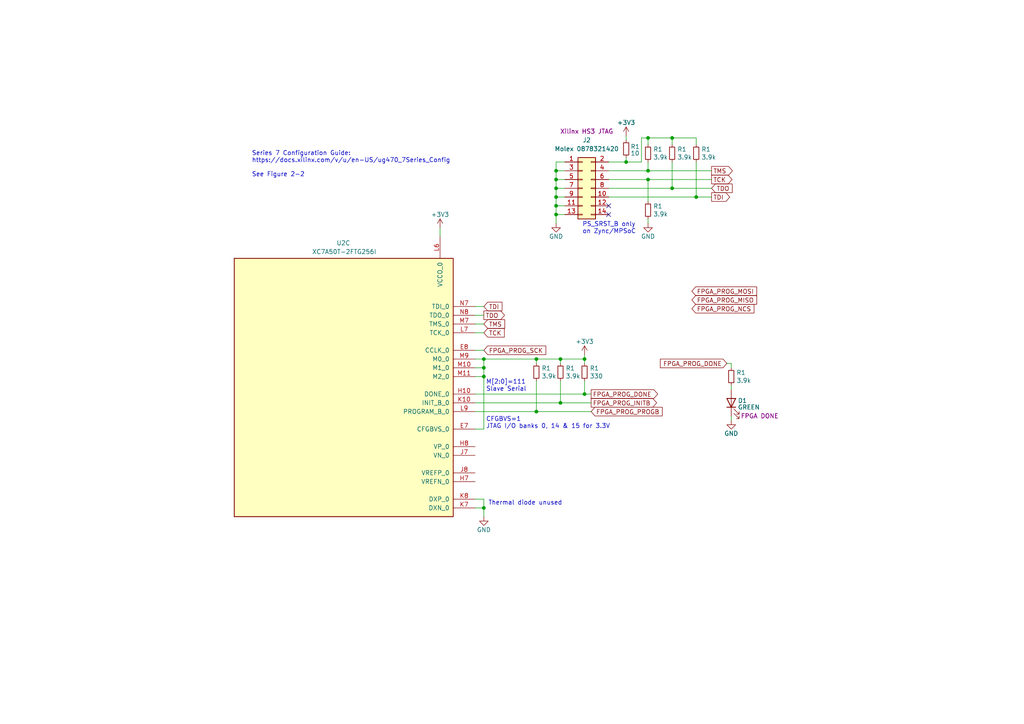
<source format=kicad_sch>
(kicad_sch (version 20230121) (generator eeschema)
  (paper "A4")
  (title_block (title "FPGA Configuration (Bank 0)") (date "2023-12-12") (rev "0.1") (company "George Smart, M1GEO") (comment 1 "https://github.com/m1geo/Pi5-Artix-FPGA-Hat") (comment 2 "https://www.george-smart.co.uk"))
  (lib_symbols
    (symbol "Connector_Generic:Conn_02x07_Odd_Even" (pin_names (offset 1.016) hide)
      (property "Reference" "J" (at 1.27 10.16 0))
      (property "Value" "Conn_02x07_Odd_Even" (at 1.27 -10.16 0))
      (symbol "Conn_02x07_Odd_Even_1_1"
        (rectangle (start -1.27 -7.493) (end 0 -7.747) (stroke (width 0.1524)))
        (rectangle (start -1.27 -4.953) (end 0 -5.207) (stroke (width 0.1524)))
        (rectangle (start -1.27 -2.413) (end 0 -2.667) (stroke (width 0.1524)))
        (rectangle (start -1.27 0.127) (end 0 -0.127) (stroke (width 0.1524)))
        (rectangle (start -1.27 2.667) (end 0 2.413) (stroke (width 0.1524)))
        (rectangle (start -1.27 5.207) (end 0 4.953) (stroke (width 0.1524)))
        (rectangle (start -1.27 7.747) (end 0 7.493) (stroke (width 0.1524)))
        (rectangle (start -1.27 8.89) (end 3.81 -8.89) (stroke (width 0.254)) (fill (type background)))
        (rectangle (start 3.81 -7.493) (end 2.54 -7.747) (stroke (width 0.1524)))
        (rectangle (start 3.81 -4.953) (end 2.54 -5.207) (stroke (width 0.1524)))
        (rectangle (start 3.81 -2.413) (end 2.54 -2.667) (stroke (width 0.1524)))
        (rectangle (start 3.81 0.127) (end 2.54 -0.127) (stroke (width 0.1524)))
        (rectangle (start 3.81 2.667) (end 2.54 2.413) (stroke (width 0.1524)))
        (rectangle (start 3.81 5.207) (end 2.54 4.953) (stroke (width 0.1524)))
        (rectangle (start 3.81 7.747) (end 2.54 7.493) (stroke (width 0.1524)))
        (pin passive line (at -5.08 7.62 0) (length 3.81) (name "Pin_1") (number "1"))
        (pin passive line (at 7.62 -2.54 180) (length 3.81) (name "Pin_10") (number "10"))
        (pin passive line (at -5.08 -5.08 0) (length 3.81) (name "Pin_11") (number "11"))
        (pin passive line (at 7.62 -5.08 180) (length 3.81) (name "Pin_12") (number "12"))
        (pin passive line (at -5.08 -7.62 0) (length 3.81) (name "Pin_13") (number "13"))
        (pin passive line (at 7.62 -7.62 180) (length 3.81) (name "Pin_14") (number "14"))
        (pin passive line (at 7.62 7.62 180) (length 3.81) (name "Pin_2") (number "2"))
        (pin passive line (at -5.08 5.08 0) (length 3.81) (name "Pin_3") (number "3"))
        (pin passive line (at 7.62 5.08 180) (length 3.81) (name "Pin_4") (number "4"))
        (pin passive line (at -5.08 2.54 0) (length 3.81) (name "Pin_5") (number "5"))
        (pin passive line (at 7.62 2.54 180) (length 3.81) (name "Pin_6") (number "6"))
        (pin passive line (at -5.08 0 0) (length 3.81) (name "Pin_7") (number "7"))
        (pin passive line (at 7.62 0 180) (length 3.81) (name "Pin_8") (number "8"))
        (pin passive line (at -5.08 -2.54 0) (length 3.81) (name "Pin_9") (number "9"))
      )
    )
    (symbol "Device:LED" (pin_numbers hide) (pin_names (offset 1.016) hide)
      (property "Reference" "D" (at 0 2.54 0))
      (property "Value" "LED" (at 0 -2.54 0))
      (symbol "LED_0_1"
        (polyline (pts (xy -1.27 -1.27) (xy -1.27 1.27)) (stroke (width 0.254)))
        (polyline (pts (xy -1.27 0) (xy 1.27 0)))
        (polyline (pts (xy 1.27 -1.27) (xy 1.27 1.27) (xy -1.27 0) (xy 1.27 -1.27)) (stroke (width 0.254)))
        (polyline (pts (xy -3.048 -0.762) (xy -4.572 -2.286) (xy -3.81 -2.286) (xy -4.572 -2.286) (xy -4.572 -1.524)))
        (polyline (pts (xy -1.778 -0.762) (xy -3.302 -2.286) (xy -2.54 -2.286) (xy -3.302 -2.286) (xy -3.302 -1.524)))
      )
      (symbol "LED_1_1"
        (pin passive line (at -3.81 0 0) (length 2.54) (name "K") (number "1"))
        (pin passive line (at 3.81 0 180) (length 2.54) (name "A") (number "2"))
      )
    )
    (symbol "Device:R_Small" (pin_numbers hide) (pin_names (offset 0.254) hide)
      (property "Reference" "R" (at 0.762 0.508 0))
      (property "Value" "R_Small" (at 0.762 -1.016 0))
      (symbol "R_Small_0_1"
        (rectangle (start -0.762 1.778) (end 0.762 -1.778) (stroke (width 0.2032)))
      )
      (symbol "R_Small_1_1"
        (pin passive line (at 0 2.54 270) (length 0.762) (name "~") (number "1"))
        (pin passive line (at 0 -2.54 90) (length 0.762) (name "~") (number "2"))
      )
    )
    (symbol "FPGA_Xilinx_Artix7:XC7A50T-FTG256" (pin_names (offset 1.016))
      (property "Reference" "U" (at 0 1.27 0))
      (property "Value" "XC7A50T-FTG256" (at 0 -1.27 0))
      (symbol "XC7A50T-FTG256_1_1"
        (rectangle (start -44.45 67.31) (end 44.45 -73.66) (stroke (width 0.254)) (fill (type background)))
        (pin bidirectional line (at 50.8 38.1 180) (length 6.35) (name "IO_L3N_T0_DQS_AD1N_15") (number "A10"))
        (pin bidirectional line (at 50.8 27.94 180) (length 6.35) (name "IO_L5N_T0_AD9N_15") (number "A12"))
        (pin bidirectional line (at 50.8 20.32 180) (length 6.35) (name "IO_L7P_T1_AD2P_15") (number "A13"))
        (pin bidirectional line (at 50.8 17.78 180) (length 6.35) (name "IO_L7N_T1_AD2N_15") (number "A14"))
        (pin bidirectional line (at 50.8 7.62 180) (length 6.35) (name "IO_L9N_T1_DQS_AD3N_15") (number "A15"))
        (pin power_in line (at 27.94 73.66 270) (length 6.35) (name "VCCO_15") (number "A16"))
        (pin bidirectional line (at 50.8 45.72 180) (length 6.35) (name "IO_L2P_T0_AD8P_15") (number "A8"))
        (pin bidirectional line (at 50.8 43.18 180) (length 6.35) (name "IO_L2N_T0_AD8N_15") (number "A9"))
        (pin bidirectional line (at 50.8 35.56 180) (length 6.35) (name "IO_L4P_T0_15") (number "B10"))
        (pin bidirectional line (at 50.8 33.02 180) (length 6.35) (name "IO_L4N_T0_15") (number "B11"))
        (pin bidirectional line (at 50.8 30.48 180) (length 6.35) (name "IO_L5P_T0_AD9P_15") (number "B12"))
        (pin power_in line (at 30.48 73.66 270) (length 6.35) (name "VCCO_15") (number "B13"))
        (pin bidirectional line (at 50.8 12.7 180) (length 6.35) (name "IO_L8N_T1_AD10N_15") (number "B14"))
        (pin bidirectional line (at 50.8 10.16 180) (length 6.35) (name "IO_L9P_T1_DQS_AD3P_15") (number "B15"))
        (pin bidirectional line (at 50.8 2.54 180) (length 6.35) (name "IO_L10N_T1_AD11N_15") (number "B16"))
        (pin bidirectional line (at 50.8 40.64 180) (length 6.35) (name "IO_L3P_T0_DQS_AD1P_15") (number "B9"))
        (pin power_in line (at 33.02 73.66 270) (length 6.35) (name "VCCO_15") (number "C10"))
        (pin bidirectional line (at 50.8 0 180) (length 6.35) (name "IO_L11P_T1_SRCC_15") (number "C11"))
        (pin bidirectional line (at 50.8 -2.54 180) (length 6.35) (name "IO_L11N_T1_SRCC_15") (number "C12"))
        (pin bidirectional line (at 50.8 -7.62 180) (length 6.35) (name "IO_L12N_T1_MRCC_15") (number "C13"))
        (pin bidirectional line (at 50.8 15.24 180) (length 6.35) (name "IO_L8P_T1_AD10P_15") (number "C14"))
        (pin bidirectional line (at 50.8 5.08 180) (length 6.35) (name "IO_L10P_T1_AD11P_15") (number "C16"))
        (pin bidirectional line (at 50.8 50.8 180) (length 6.35) (name "IO_L1P_T0_AD0P_15") (number "C8"))
        (pin bidirectional line (at 50.8 48.26 180) (length 6.35) (name "IO_L1N_T0_AD0N_15") (number "C9"))
        (pin bidirectional line (at 50.8 53.34 180) (length 6.35) (name "IO_0_15") (number "D10"))
        (pin bidirectional line (at 50.8 -17.78 180) (length 6.35) (name "IO_L14N_T2_SRCC_15") (number "D11"))
        (pin bidirectional line (at 50.8 -5.08 180) (length 6.35) (name "IO_L12P_T1_MRCC_15") (number "D13"))
        (pin bidirectional line (at 50.8 -20.32 180) (length 6.35) (name "IO_L15P_T2_DQS_15") (number "D14"))
        (pin bidirectional line (at 50.8 -22.86 180) (length 6.35) (name "IO_L15N_T2_DQS_ADV_B_15") (number "D15"))
        (pin bidirectional line (at 50.8 -33.02 180) (length 6.35) (name "IO_L17N_T2_A25_15") (number "D16"))
        (pin bidirectional line (at 50.8 25.4 180) (length 6.35) (name "IO_L6P_T0_15") (number "D8"))
        (pin bidirectional line (at 50.8 22.86 180) (length 6.35) (name "IO_L6N_T0_VREF_15") (number "D9"))
        (pin bidirectional line (at 50.8 -15.24 180) (length 6.35) (name "IO_L14P_T2_SRCC_15") (number "E11"))
        (pin bidirectional line (at 50.8 -10.16 180) (length 6.35) (name "IO_L13P_T2_MRCC_15") (number "E12"))
        (pin bidirectional line (at 50.8 -12.7 180) (length 6.35) (name "IO_L13N_T2_MRCC_15") (number "E13"))
        (pin power_in line (at 35.56 73.66 270) (length 6.35) (name "VCCO_15") (number "E14"))
        (pin bidirectional line (at 50.8 -38.1 180) (length 6.35) (name "IO_L18N_T2_A23_15") (number "E15"))
        (pin bidirectional line (at 50.8 -30.48 180) (length 6.35) (name "IO_L17P_T2_A26_15") (number "E16"))
        (pin bidirectional line (at 50.8 -25.4 180) (length 6.35) (name "IO_L16P_T2_A28_15") (number "F12"))
        (pin bidirectional line (at 50.8 -27.94 180) (length 6.35) (name "IO_L16N_T2_A27_15") (number "F13"))
        (pin bidirectional line (at 50.8 -53.34 180) (length 6.35) (name "IO_L21N_T3_DQS_A18_15") (number "F14"))
        (pin bidirectional line (at 50.8 -35.56 180) (length 6.35) (name "IO_L18P_T2_A24_15") (number "F15"))
        (pin bidirectional line (at 50.8 -71.12 180) (length 6.35) (name "IO_25_15") (number "G11"))
        (pin bidirectional line (at 50.8 -43.18 180) (length 6.35) (name "IO_L19N_T3_A21_VREF_15") (number "G12"))
        (pin bidirectional line (at 50.8 -50.8 180) (length 6.35) (name "IO_L21P_T3_DQS_15") (number "G14"))
        (pin bidirectional line (at 50.8 -68.58 180) (length 6.35) (name "IO_L24N_T3_RS0_15") (number "G15"))
        (pin bidirectional line (at 50.8 -58.42 180) (length 6.35) (name "IO_L22N_T3_A16_15") (number "G16"))
        (pin bidirectional line (at 50.8 -40.64 180) (length 6.35) (name "IO_L19P_T3_A22_15") (number "H11"))
        (pin bidirectional line (at 50.8 -45.72 180) (length 6.35) (name "IO_L20P_T3_A20_15") (number "H12"))
        (pin bidirectional line (at 50.8 -48.26 180) (length 6.35) (name "IO_L20N_T3_A19_15") (number "H13"))
        (pin bidirectional line (at 50.8 -66.04 180) (length 6.35) (name "IO_L24P_T3_RS1_15") (number "H14"))
        (pin power_in line (at 38.1 73.66 270) (length 6.35) (name "VCCO_15") (number "H15"))
        (pin bidirectional line (at 50.8 -55.88 180) (length 6.35) (name "IO_L22P_T3_A17_15") (number "H16"))
        (pin power_in line (at 40.64 73.66 270) (length 6.35) (name "VCCO_15") (number "J12"))
        (pin bidirectional line (at -50.8 50.8 0) (length 6.35) (name "IO_L1P_T0_D00_MOSI_14") (number "J13"))
        (pin bidirectional line (at -50.8 48.26 0) (length 6.35) (name "IO_L1N_T0_D01_DIN_14") (number "J14"))
        (pin bidirectional line (at 50.8 -60.96 180) (length 6.35) (name "IO_L23P_T3_FOE_B_15") (number "J15"))
        (pin bidirectional line (at 50.8 -63.5 180) (length 6.35) (name "IO_L23N_T3_FWE_B_15") (number "J16"))
        (pin bidirectional line (at -50.8 53.34 0) (length 6.35) (name "IO_0_14") (number "K12"))
        (pin bidirectional line (at -50.8 30.48 0) (length 6.35) (name "IO_L5P_T0_D06_14") (number "K13"))
        (pin bidirectional line (at -50.8 45.72 0) (length 6.35) (name "IO_L2P_T0_D02_14") (number "K15"))
        (pin bidirectional line (at -50.8 43.18 0) (length 6.35) (name "IO_L2N_T0_D03_14") (number "K16"))
        (pin bidirectional line (at -50.8 25.4 0) (length 6.35) (name "IO_L6P_T0_FCS_B_14") (number "L12"))
        (pin bidirectional line (at -50.8 27.94 0) (length 6.35) (name "IO_L5N_T0_D07_14") (number "L13"))
        (pin bidirectional line (at -50.8 35.56 0) (length 6.35) (name "IO_L4P_T0_D04_14") (number "L14"))
        (pin bidirectional line (at -50.8 40.64 0) (length 6.35) (name "IO_L3P_T0_DQS_PUDC_B_14") (number "L15"))
        (pin power_in line (at -40.64 73.66 270) (length 6.35) (name "VCCO_14") (number "L16"))
        (pin bidirectional line (at -50.8 22.86 0) (length 6.35) (name "IO_L6N_T0_D08_VREF_14") (number "M12"))
        (pin power_in line (at -38.1 73.66 270) (length 6.35) (name "VCCO_14") (number "M13"))
        (pin bidirectional line (at -50.8 33.02 0) (length 6.35) (name "IO_L4N_T0_D05_14") (number "M14"))
        (pin bidirectional line (at -50.8 38.1 0) (length 6.35) (name "IO_L3N_T0_DQS_EMCCLK_14") (number "M15"))
        (pin bidirectional line (at -50.8 20.32 0) (length 6.35) (name "IO_L7P_T1_D09_14") (number "M16"))
        (pin bidirectional line (at -50.8 -40.64 0) (length 6.35) (name "IO_L19P_T3_A10_D26_14") (number "M6"))
        (pin power_in line (at -35.56 73.66 270) (length 6.35) (name "VCCO_14") (number "N10"))
        (pin bidirectional line (at -50.8 -10.16 0) (length 6.35) (name "IO_L13P_T2_MRCC_14") (number "N11"))
        (pin bidirectional line (at -50.8 -12.7 0) (length 6.35) (name "IO_L13N_T2_MRCC_14") (number "N12"))
        (pin bidirectional line (at -50.8 0 0) (length 6.35) (name "IO_L11P_T1_SRCC_14") (number "N13"))
        (pin bidirectional line (at -50.8 -5.08 0) (length 6.35) (name "IO_L12P_T1_MRCC_14") (number "N14"))
        (pin bidirectional line (at -50.8 17.78 0) (length 6.35) (name "IO_L7N_T1_D10_14") (number "N16"))
        (pin bidirectional line (at -50.8 -43.18 0) (length 6.35) (name "IO_L19N_T3_A09_D25_VREF_14") (number "N6"))
        (pin bidirectional line (at -50.8 -35.56 0) (length 6.35) (name "IO_L18P_T2_A12_D28_14") (number "N9"))
        (pin bidirectional line (at -50.8 -15.24 0) (length 6.35) (name "IO_L14P_T2_SRCC_14") (number "P10"))
        (pin bidirectional line (at -50.8 -17.78 0) (length 6.35) (name "IO_L14N_T2_SRCC_14") (number "P11"))
        (pin bidirectional line (at -50.8 -2.54 0) (length 6.35) (name "IO_L11N_T1_SRCC_14") (number "P13"))
        (pin bidirectional line (at -50.8 -7.62 0) (length 6.35) (name "IO_L12N_T1_MRCC_14") (number "P14"))
        (pin bidirectional line (at -50.8 15.24 0) (length 6.35) (name "IO_L8P_T1_D11_14") (number "P15"))
        (pin bidirectional line (at -50.8 12.7 0) (length 6.35) (name "IO_L8N_T1_D12_14") (number "P16"))
        (pin bidirectional line (at -50.8 -71.12 0) (length 6.35) (name "IO_25_14") (number "P6"))
        (pin power_in line (at -33.02 73.66 270) (length 6.35) (name "VCCO_14") (number "P7"))
        (pin bidirectional line (at -50.8 -45.72 0) (length 6.35) (name "IO_L20P_T3_A08_D24_14") (number "P8"))
        (pin bidirectional line (at -50.8 -38.1 0) (length 6.35) (name "IO_L18N_T2_A11_D27_14") (number "P9"))
        (pin bidirectional line (at -50.8 -30.48 0) (length 6.35) (name "IO_L17P_T2_A14_D30_14") (number "R10"))
        (pin bidirectional line (at -50.8 -33.02 0) (length 6.35) (name "IO_L17N_T2_A13_D29_14") (number "R11"))
        (pin bidirectional line (at -50.8 -20.32 0) (length 6.35) (name "IO_L15P_T2_DQS_RDWR_B_14") (number "R12"))
        (pin bidirectional line (at -50.8 -25.4 0) (length 6.35) (name "IO_L16P_T2_CSI_B_14") (number "R13"))
        (pin power_in line (at -30.48 73.66 270) (length 6.35) (name "VCCO_14") (number "R14"))
        (pin bidirectional line (at -50.8 10.16 0) (length 6.35) (name "IO_L9P_T1_DQS_14") (number "R15"))
        (pin bidirectional line (at -50.8 7.62 0) (length 6.35) (name "IO_L9N_T1_DQS_D13_14") (number "R16"))
        (pin bidirectional line (at -50.8 -60.96 0) (length 6.35) (name "IO_L23P_T3_A03_D19_14") (number "R5"))
        (pin bidirectional line (at -50.8 -66.04 0) (length 6.35) (name "IO_L24P_T3_A01_D17_14") (number "R6"))
        (pin bidirectional line (at -50.8 -68.58 0) (length 6.35) (name "IO_L24N_T3_A00_D16_14") (number "R7"))
        (pin bidirectional line (at -50.8 -48.26 0) (length 6.35) (name "IO_L20N_T3_A07_D23_14") (number "R8"))
        (pin bidirectional line (at -50.8 -58.42 0) (length 6.35) (name "IO_L22N_T3_A04_D20_14") (number "T10"))
        (pin power_in line (at -27.94 73.66 270) (length 6.35) (name "VCCO_14") (number "T11"))
        (pin bidirectional line (at -50.8 -22.86 0) (length 6.35) (name "IO_L15N_T2_DQS_DOUT_CSO_B_14") (number "T12"))
        (pin bidirectional line (at -50.8 -27.94 0) (length 6.35) (name "IO_L16N_T2_A15_D31_14") (number "T13"))
        (pin bidirectional line (at -50.8 5.08 0) (length 6.35) (name "IO_L10P_T1_D14_14") (number "T14"))
        (pin bidirectional line (at -50.8 2.54 0) (length 6.35) (name "IO_L10N_T1_D15_14") (number "T15"))
        (pin bidirectional line (at -50.8 -63.5 0) (length 6.35) (name "IO_L23N_T3_A02_D18_14") (number "T5"))
        (pin bidirectional line (at -50.8 -50.8 0) (length 6.35) (name "IO_L21P_T3_DQS_14") (number "T7"))
        (pin bidirectional line (at -50.8 -53.34 0) (length 6.35) (name "IO_L21N_T3_DQS_A06_D22_14") (number "T8"))
        (pin bidirectional line (at -50.8 -55.88 0) (length 6.35) (name "IO_L22P_T3_A05_D21_14") (number "T9"))
      )
      (symbol "XC7A50T-FTG256_2_1"
        (rectangle (start -44.45 67.31) (end 44.45 -73.66) (stroke (width 0.254)) (fill (type background)))
        (pin bidirectional line (at 50.8 12.7 180) (length 6.35) (name "IO_L8N_T1_AD14N_35") (number "A2"))
        (pin bidirectional line (at 50.8 33.02 180) (length 6.35) (name "IO_L4N_T0_35") (number "A3"))
        (pin bidirectional line (at 50.8 38.1 180) (length 6.35) (name "IO_L3N_T0_DQS_AD5N_35") (number "A4"))
        (pin bidirectional line (at 50.8 40.64 180) (length 6.35) (name "IO_L3P_T0_DQS_AD5P_35") (number "A5"))
        (pin power_in line (at 27.94 73.66 270) (length 6.35) (name "VCCO_35") (number "A6"))
        (pin bidirectional line (at 50.8 48.26 180) (length 6.35) (name "IO_L1N_T0_AD4N_35") (number "A7"))
        (pin bidirectional line (at 50.8 7.62 180) (length 6.35) (name "IO_L9N_T1_DQS_AD7N_35") (number "B1"))
        (pin bidirectional line (at 50.8 15.24 180) (length 6.35) (name "IO_L8P_T1_AD14P_35") (number "B2"))
        (pin power_in line (at 30.48 73.66 270) (length 6.35) (name "VCCO_35") (number "B3"))
        (pin bidirectional line (at 50.8 35.56 180) (length 6.35) (name "IO_L4P_T0_35") (number "B4"))
        (pin bidirectional line (at 50.8 43.18 180) (length 6.35) (name "IO_L2N_T0_AD12N_35") (number "B5"))
        (pin bidirectional line (at 50.8 45.72 180) (length 6.35) (name "IO_L2P_T0_AD12P_35") (number "B6"))
        (pin bidirectional line (at 50.8 50.8 180) (length 6.35) (name "IO_L1P_T0_AD4P_35") (number "B7"))
        (pin bidirectional line (at 50.8 10.16 180) (length 6.35) (name "IO_L9P_T1_DQS_AD7P_35") (number "C1"))
        (pin bidirectional line (at 50.8 17.78 180) (length 6.35) (name "IO_L7N_T1_AD6N_35") (number "C2"))
        (pin bidirectional line (at 50.8 20.32 180) (length 6.35) (name "IO_L7P_T1_AD6P_35") (number "C3"))
        (pin bidirectional line (at 50.8 -7.62 180) (length 6.35) (name "IO_L12N_T1_MRCC_35") (number "C4"))
        (pin bidirectional line (at 50.8 27.94 180) (length 6.35) (name "IO_L5N_T0_AD13N_35") (number "C6"))
        (pin bidirectional line (at 50.8 30.48 180) (length 6.35) (name "IO_L5P_T0_AD13P_35") (number "C7"))
        (pin bidirectional line (at 50.8 2.54 180) (length 6.35) (name "IO_L10N_T1_AD15N_35") (number "D1"))
        (pin bidirectional line (at 50.8 -2.54 180) (length 6.35) (name "IO_L11N_T1_SRCC_35") (number "D3"))
        (pin bidirectional line (at 50.8 -5.08 180) (length 6.35) (name "IO_L12P_T1_MRCC_35") (number "D4"))
        (pin bidirectional line (at 50.8 22.86 180) (length 6.35) (name "IO_L6N_T0_VREF_35") (number "D5"))
        (pin bidirectional line (at 50.8 25.4 180) (length 6.35) (name "IO_L6P_T0_35") (number "D6"))
        (pin power_in line (at 33.02 73.66 270) (length 6.35) (name "VCCO_35") (number "D7"))
        (pin bidirectional line (at 50.8 -22.86 180) (length 6.35) (name "IO_L15N_T2_DQS_35") (number "E1"))
        (pin bidirectional line (at 50.8 5.08 180) (length 6.35) (name "IO_L10P_T1_AD15P_35") (number "E2"))
        (pin bidirectional line (at 50.8 0 180) (length 6.35) (name "IO_L11P_T1_SRCC_35") (number "E3"))
        (pin power_in line (at 35.56 73.66 270) (length 6.35) (name "VCCO_35") (number "E4"))
        (pin bidirectional line (at 50.8 -12.7 180) (length 6.35) (name "IO_L13N_T2_MRCC_35") (number "E5"))
        (pin bidirectional line (at 50.8 53.34 180) (length 6.35) (name "IO_0_35") (number "E6"))
        (pin power_in line (at 38.1 73.66 270) (length 6.35) (name "VCCO_35") (number "F1"))
        (pin bidirectional line (at 50.8 -20.32 180) (length 6.35) (name "IO_L15P_T2_DQS_35") (number "F2"))
        (pin bidirectional line (at 50.8 -17.78 180) (length 6.35) (name "IO_L14N_T2_SRCC_35") (number "F3"))
        (pin bidirectional line (at 50.8 -15.24 180) (length 6.35) (name "IO_L14P_T2_SRCC_35") (number "F4"))
        (pin bidirectional line (at 50.8 -10.16 180) (length 6.35) (name "IO_L13P_T2_MRCC_35") (number "F5"))
        (pin bidirectional line (at 50.8 -33.02 180) (length 6.35) (name "IO_L17N_T2_35") (number "G1"))
        (pin bidirectional line (at 50.8 -30.48 180) (length 6.35) (name "IO_L17P_T2_35") (number "G2"))
        (pin bidirectional line (at 50.8 -27.94 180) (length 6.35) (name "IO_L16N_T2_35") (number "G4"))
        (pin bidirectional line (at 50.8 -25.4 180) (length 6.35) (name "IO_L16P_T2_35") (number "G5"))
        (pin bidirectional line (at 50.8 -48.26 180) (length 6.35) (name "IO_L20N_T3_35") (number "H1"))
        (pin bidirectional line (at 50.8 -45.72 180) (length 6.35) (name "IO_L20P_T3_35") (number "H2"))
        (pin bidirectional line (at 50.8 -53.34 180) (length 6.35) (name "IO_L21N_T3_DQS_35") (number "H3"))
        (pin bidirectional line (at 50.8 -38.1 180) (length 6.35) (name "IO_L18N_T2_35") (number "H4"))
        (pin bidirectional line (at 50.8 -35.56 180) (length 6.35) (name "IO_L18P_T2_35") (number "H5"))
        (pin bidirectional line (at 50.8 -58.42 180) (length 6.35) (name "IO_L22N_T3_35") (number "J1"))
        (pin power_in line (at 40.64 73.66 270) (length 6.35) (name "VCCO_35") (number "J2"))
        (pin bidirectional line (at 50.8 -50.8 180) (length 6.35) (name "IO_L21P_T3_DQS_35") (number "J3"))
        (pin bidirectional line (at 50.8 -43.18 180) (length 6.35) (name "IO_L19N_T3_VREF_35") (number "J4"))
        (pin bidirectional line (at 50.8 -40.64 180) (length 6.35) (name "IO_L19P_T3_35") (number "J5"))
        (pin bidirectional line (at 50.8 -55.88 180) (length 6.35) (name "IO_L22P_T3_35") (number "K1"))
        (pin bidirectional line (at 50.8 -68.58 180) (length 6.35) (name "IO_L24N_T3_35") (number "K2"))
        (pin bidirectional line (at 50.8 -66.04 180) (length 6.35) (name "IO_L24P_T3_35") (number "K3"))
        (pin bidirectional line (at 50.8 -71.12 180) (length 6.35) (name "IO_25_35") (number "K5"))
        (pin bidirectional line (at 50.8 -63.5 180) (length 6.35) (name "IO_L23N_T3_35") (number "L2"))
        (pin bidirectional line (at 50.8 -60.96 180) (length 6.35) (name "IO_L23P_T3_35") (number "L3"))
        (pin bidirectional line (at -50.8 50.8 0) (length 6.35) (name "IO_L1P_T0_34") (number "L4"))
        (pin bidirectional line (at -50.8 53.34 0) (length 6.35) (name "IO_0_34") (number "L5"))
        (pin bidirectional line (at -50.8 43.18 0) (length 6.35) (name "IO_L2N_T0_34") (number "M1"))
        (pin bidirectional line (at -50.8 45.72 0) (length 6.35) (name "IO_L2P_T0_34") (number "M2"))
        (pin power_in line (at -40.64 73.66 270) (length 6.35) (name "VCCO_34") (number "M3"))
        (pin bidirectional line (at -50.8 48.26 0) (length 6.35) (name "IO_L1N_T0_34") (number "M4"))
        (pin bidirectional line (at -50.8 25.4 0) (length 6.35) (name "IO_L6P_T0_34") (number "M5"))
        (pin bidirectional line (at -50.8 35.56 0) (length 6.35) (name "IO_L4P_T0_34") (number "N1"))
        (pin bidirectional line (at -50.8 38.1 0) (length 6.35) (name "IO_L3N_T0_DQS_34") (number "N2"))
        (pin bidirectional line (at -50.8 40.64 0) (length 6.35) (name "IO_L3P_T0_DQS_34") (number "N3"))
        (pin bidirectional line (at -50.8 22.86 0) (length 6.35) (name "IO_L6N_T0_VREF_34") (number "N4"))
        (pin bidirectional line (at -50.8 33.02 0) (length 6.35) (name "IO_L4N_T0_34") (number "P1"))
        (pin bidirectional line (at -50.8 27.94 0) (length 6.35) (name "IO_L5N_T0_34") (number "P3"))
        (pin bidirectional line (at -50.8 30.48 0) (length 6.35) (name "IO_L5P_T0_34") (number "P4"))
        (pin bidirectional line (at -50.8 5.08 0) (length 6.35) (name "IO_L10P_T1_34") (number "P5"))
        (pin bidirectional line (at -50.8 17.78 0) (length 6.35) (name "IO_L7N_T1_34") (number "R1"))
        (pin bidirectional line (at -50.8 20.32 0) (length 6.35) (name "IO_L7P_T1_34") (number "R2"))
        (pin bidirectional line (at -50.8 15.24 0) (length 6.35) (name "IO_L8P_T1_34") (number "R3"))
        (pin power_in line (at -38.1 73.66 270) (length 6.35) (name "VCCO_34") (number "R4"))
        (pin power_in line (at -35.56 73.66 270) (length 6.35) (name "VCCO_34") (number "T1"))
        (pin bidirectional line (at -50.8 12.7 0) (length 6.35) (name "IO_L8N_T1_34") (number "T2"))
        (pin bidirectional line (at -50.8 7.62 0) (length 6.35) (name "IO_L9N_T1_DQS_34") (number "T3"))
        (pin bidirectional line (at -50.8 10.16 0) (length 6.35) (name "IO_L9P_T1_DQS_34") (number "T4"))
      )
      (symbol "XC7A50T-FTG256_3_1"
        (rectangle (start -31.75 34.29) (end 31.75 -40.64) (stroke (width 0.254)) (fill (type background)))
        (pin bidirectional line (at 38.1 -15.24 180) (length 6.35) (name "CFGBVS_0") (number "E7"))
        (pin bidirectional line (at 38.1 7.62 180) (length 6.35) (name "CCLK_0") (number "E8"))
        (pin bidirectional line (at 38.1 -5.08 180) (length 6.35) (name "DONE_0") (number "H10"))
        (pin bidirectional line (at 38.1 -30.48 180) (length 6.35) (name "VREFN_0") (number "H7"))
        (pin bidirectional line (at 38.1 -20.32 180) (length 6.35) (name "VP_0") (number "H8"))
        (pin bidirectional line (at 38.1 -22.86 180) (length 6.35) (name "VN_0") (number "J7"))
        (pin bidirectional line (at 38.1 -27.94 180) (length 6.35) (name "VREFP_0") (number "J8"))
        (pin bidirectional line (at 38.1 -7.62 180) (length 6.35) (name "INIT_B_0") (number "K10"))
        (pin bidirectional line (at 38.1 -38.1 180) (length 6.35) (name "DXN_0") (number "K7"))
        (pin bidirectional line (at 38.1 -35.56 180) (length 6.35) (name "DXP_0") (number "K8"))
        (pin power_in line (at 27.94 40.64 270) (length 6.35) (name "VCCO_0") (number "L6"))
        (pin bidirectional line (at 38.1 12.7 180) (length 6.35) (name "TCK_0") (number "L7"))
        (pin bidirectional line (at 38.1 -10.16 180) (length 6.35) (name "PROGRAM_B_0") (number "L9"))
        (pin bidirectional line (at 38.1 2.54 180) (length 6.35) (name "M1_0") (number "M10"))
        (pin bidirectional line (at 38.1 0 180) (length 6.35) (name "M2_0") (number "M11"))
        (pin bidirectional line (at 38.1 15.24 180) (length 6.35) (name "TMS_0") (number "M7"))
        (pin bidirectional line (at 38.1 5.08 180) (length 6.35) (name "M0_0") (number "M9"))
        (pin bidirectional line (at 38.1 20.32 180) (length 6.35) (name "TDI_0") (number "N7"))
        (pin bidirectional line (at 38.1 17.78 180) (length 6.35) (name "TDO_0") (number "N8"))
      )
      (symbol "XC7A50T-FTG256_4_1"
        (rectangle (start -19.05 35.56) (end 19.05 -35.56) (stroke (width 0.254)) (fill (type background)))
        (pin power_in line (at -25.4 2.54 0) (length 6.35) (name "GND") (number "A1"))
        (pin power_in line (at -25.4 0 0) (length 6.35) (name "GND") (number "A11"))
        (pin power_in line (at -25.4 -2.54 0) (length 6.35) (name "GND") (number "B8"))
        (pin power_in line (at -25.4 -7.62 0) (length 6.35) (name "GND") (number "C15"))
        (pin power_in line (at -25.4 -5.08 0) (length 6.35) (name "GND") (number "C5"))
        (pin power_in line (at -25.4 -12.7 0) (length 6.35) (name "GND") (number "D12"))
        (pin power_in line (at -25.4 -10.16 0) (length 6.35) (name "GND") (number "D2"))
        (pin power_in line (at -25.4 12.7 0) (length 6.35) (name "VCCBRAM") (number "E10"))
        (pin power_in line (at -25.4 -15.24 0) (length 6.35) (name "GND") (number "E9"))
        (pin power_in line (at -25.4 -20.32 0) (length 6.35) (name "GND") (number "F10"))
        (pin power_in line (at -25.4 10.16 0) (length 6.35) (name "VCCBRAM") (number "F11"))
        (pin power_in line (at -25.4 -22.86 0) (length 6.35) (name "GND") (number "F16"))
        (pin power_in line (at -25.4 -17.78 0) (length 6.35) (name "GND") (number "F6"))
        (pin power_in line (at 25.4 33.02 180) (length 6.35) (name "VCCINT") (number "F7"))
        (pin power_in line (at -25.4 15.24 0) (length 6.35) (name "VCCBATT_0") (number "F8"))
        (pin power_in line (at 25.4 30.48 180) (length 6.35) (name "VCCINT") (number "F9"))
        (pin power_in line (at -25.4 33.02 0) (length 6.35) (name "VCCAUX") (number "G10"))
        (pin power_in line (at -25.4 -30.48 0) (length 6.35) (name "GND") (number "G13"))
        (pin power_in line (at -25.4 -25.4 0) (length 6.35) (name "GND") (number "G3"))
        (pin power_in line (at 25.4 27.94 180) (length 6.35) (name "VCCINT") (number "G6"))
        (pin power_in line (at -25.4 20.32 0) (length 6.35) (name "GNDADC_0") (number "G7"))
        (pin power_in line (at -25.4 17.78 0) (length 6.35) (name "VCCADC_0") (number "G8"))
        (pin power_in line (at -25.4 -27.94 0) (length 6.35) (name "GND") (number "G9"))
        (pin power_in line (at -25.4 -33.02 0) (length 6.35) (name "GND") (number "H6"))
        (pin power_in line (at 25.4 25.4 180) (length 6.35) (name "VCCINT") (number "H9"))
        (pin power_in line (at -25.4 30.48 0) (length 6.35) (name "VCCAUX") (number "J10"))
        (pin power_in line (at 25.4 0 180) (length 6.35) (name "GND") (number "J11"))
        (pin power_in line (at 25.4 22.86 180) (length 6.35) (name "VCCINT") (number "J6"))
        (pin power_in line (at 25.4 2.54 180) (length 6.35) (name "GND") (number "J9"))
        (pin power_in line (at -25.4 27.94 0) (length 6.35) (name "VCCAUX") (number "K11"))
        (pin power_in line (at 25.4 -7.62 180) (length 6.35) (name "GND") (number "K14"))
        (pin power_in line (at 25.4 -2.54 180) (length 6.35) (name "GND") (number "K4"))
        (pin power_in line (at 25.4 -5.08 180) (length 6.35) (name "GND") (number "K6"))
        (pin power_in line (at 25.4 20.32 180) (length 6.35) (name "VCCINT") (number "K9"))
        (pin power_in line (at 25.4 -10.16 180) (length 6.35) (name "GND") (number "L1"))
        (pin power_in line (at -25.4 25.4 0) (length 6.35) (name "VCCAUX") (number "L10"))
        (pin power_in line (at 25.4 -12.7 180) (length 6.35) (name "GND") (number "L11"))
        (pin power_in line (at 25.4 17.78 180) (length 6.35) (name "VCCINT") (number "L8"))
        (pin power_in line (at 25.4 -15.24 180) (length 6.35) (name "GND") (number "M8"))
        (pin power_in line (at 25.4 -20.32 180) (length 6.35) (name "GND") (number "N15"))
        (pin power_in line (at 25.4 -17.78 180) (length 6.35) (name "GND") (number "N5"))
        (pin power_in line (at 25.4 -25.4 180) (length 6.35) (name "GND") (number "P12"))
        (pin power_in line (at 25.4 -22.86 180) (length 6.35) (name "GND") (number "P2"))
        (pin power_in line (at 25.4 -27.94 180) (length 6.35) (name "GND") (number "R9"))
        (pin power_in line (at 25.4 -33.02 180) (length 6.35) (name "GND") (number "T16"))
        (pin power_in line (at 25.4 -30.48 180) (length 6.35) (name "GND") (number "T6"))
      )
    )
    (symbol "power:+3V3" (power) (pin_names (offset 0))
      (property "Value" "+3V3" (at 0 3.556 0))
      (symbol "+3V3_0_1"
        (polyline (pts (xy -0.762 1.27) (xy 0 2.54)))
        (polyline (pts (xy 0 0) (xy 0 2.54)))
        (polyline (pts (xy 0 2.54) (xy 0.762 1.27)))
      )
      (symbol "+3V3_1_1"
        (pin power_in line (at 0 0 90) (length 0) hide (name "+3V3") (number "1"))
      )
    )
    (symbol "power:GND" (power) (pin_names (offset 0))
      (property "Value" "GND" (at 0 -3.81 0))
      (symbol "GND_0_1"
        (polyline (pts (xy 0 0) (xy 0 -1.27) (xy 1.27 -1.27) (xy 0 -2.54) (xy -1.27 -1.27) (xy 0 -1.27)))
      )
      (symbol "GND_1_1"
        (pin power_in line (at 0 0 270) (length 0) hide (name "GND") (number "1"))
      )
    )
  )
  (junction (at 162.56 104.14))
  (junction (at 194.945 40.005))
  (junction (at 161.29 54.61))
  (junction (at 140.335 104.14))
  (junction (at 140.335 109.22))
  (junction (at 169.545 114.3))
  (junction (at 187.96 49.53))
  (junction (at 155.575 119.38))
  (junction (at 162.56 116.84))
  (junction (at 161.29 57.15))
  (junction (at 201.93 57.15))
  (junction (at 187.96 40.005))
  (junction (at 155.575 104.14))
  (junction (at 181.61 46.99))
  (junction (at 161.29 62.23))
  (junction (at 140.335 147.32))
  (junction (at 194.945 54.61))
  (junction (at 187.96 52.07))
  (junction (at 161.29 59.69))
  (junction (at 140.335 106.68))
  (junction (at 169.545 104.14))
  (junction (at 161.29 52.07))
  (junction (at 161.29 49.53))
  (no_connect (at 176.53 59.69))
  (no_connect (at 176.53 62.23))
  (wire (pts (xy 137.795 101.6) (xy 140.335 101.6)))
  (wire (pts (xy 169.545 114.3) (xy 171.45 114.3)))
  (wire (pts (xy 137.795 106.68) (xy 140.335 106.68)))
  (wire (pts (xy 140.335 106.68) (xy 140.335 109.22)))
  (wire (pts (xy 140.335 109.22) (xy 137.795 109.22)))
  (wire (pts (xy 162.56 110.49) (xy 162.56 116.84)))
  (wire (pts (xy 137.795 147.32) (xy 140.335 147.32)))
  (wire (pts (xy 137.795 96.52) (xy 140.335 96.52)))
  (wire (pts (xy 137.795 116.84) (xy 162.56 116.84)))
  (wire (pts (xy 161.29 57.15) (xy 161.29 54.61)))
  (wire (pts (xy 161.29 64.77) (xy 161.29 62.23)))
  (wire (pts (xy 194.945 40.005) (xy 201.93 40.005)))
  (wire (pts (xy 161.29 54.61) (xy 163.83 54.61)))
  (wire (pts (xy 161.29 52.07) (xy 163.83 52.07)))
  (wire (pts (xy 212.09 105.41) (xy 210.82 105.41)))
  (wire (pts (xy 155.575 119.38) (xy 171.45 119.38)))
  (wire (pts (xy 161.29 62.23) (xy 163.83 62.23)))
  (wire (pts (xy 161.29 54.61) (xy 161.29 52.07)))
  (wire (pts (xy 137.795 104.14) (xy 140.335 104.14)))
  (wire (pts (xy 137.795 119.38) (xy 155.575 119.38)))
  (wire (pts (xy 194.945 40.005) (xy 194.945 41.91)))
  (wire (pts (xy 137.795 91.44) (xy 140.335 91.44)))
  (wire (pts (xy 181.61 39.37) (xy 181.61 40.64)))
  (wire (pts (xy 212.09 106.68) (xy 212.09 105.41)))
  (wire (pts (xy 187.96 63.5) (xy 187.96 64.77)))
  (wire (pts (xy 201.93 40.005) (xy 201.93 41.91)))
  (wire (pts (xy 187.96 40.005) (xy 194.945 40.005)))
  (wire (pts (xy 137.795 114.3) (xy 169.545 114.3)))
  (wire (pts (xy 194.945 46.99) (xy 194.945 54.61)))
  (wire (pts (xy 137.795 144.78) (xy 140.335 144.78)))
  (wire (pts (xy 140.335 149.86) (xy 140.335 147.32)))
  (wire (pts (xy 161.29 57.15) (xy 163.83 57.15)))
  (wire (pts (xy 155.575 110.49) (xy 155.575 119.38)))
  (wire (pts (xy 187.96 46.99) (xy 187.96 49.53)))
  (wire (pts (xy 176.53 49.53) (xy 187.96 49.53)))
  (wire (pts (xy 187.96 52.07) (xy 187.96 58.42)))
  (wire (pts (xy 161.29 52.07) (xy 161.29 49.53)))
  (wire (pts (xy 161.29 49.53) (xy 161.29 46.99)))
  (wire (pts (xy 162.56 116.84) (xy 171.45 116.84)))
  (wire (pts (xy 187.96 52.07) (xy 206.375 52.07)))
  (wire (pts (xy 155.575 104.14) (xy 155.575 105.41)))
  (wire (pts (xy 140.335 144.78) (xy 140.335 147.32)))
  (wire (pts (xy 187.96 40.005) (xy 187.96 41.91)))
  (wire (pts (xy 176.53 46.99) (xy 181.61 46.99)))
  (wire (pts (xy 169.545 105.41) (xy 169.545 104.14)))
  (wire (pts (xy 162.56 104.14) (xy 155.575 104.14)))
  (wire (pts (xy 169.545 102.87) (xy 169.545 104.14)))
  (wire (pts (xy 181.61 45.72) (xy 181.61 46.99)))
  (wire (pts (xy 187.96 49.53) (xy 206.375 49.53)))
  (wire (pts (xy 176.53 52.07) (xy 187.96 52.07)))
  (wire (pts (xy 201.93 46.99) (xy 201.93 57.15)))
  (wire (pts (xy 162.56 105.41) (xy 162.56 104.14)))
  (wire (pts (xy 212.09 111.76) (xy 212.09 113.03)))
  (wire (pts (xy 181.61 46.99) (xy 186.055 46.99)))
  (wire (pts (xy 161.29 49.53) (xy 163.83 49.53)))
  (wire (pts (xy 169.545 110.49) (xy 169.545 114.3)))
  (wire (pts (xy 161.29 46.99) (xy 163.83 46.99)))
  (wire (pts (xy 161.29 59.69) (xy 163.83 59.69)))
  (wire (pts (xy 162.56 104.14) (xy 169.545 104.14)))
  (wire (pts (xy 186.055 40.005) (xy 187.96 40.005)))
  (wire (pts (xy 194.945 54.61) (xy 206.375 54.61)))
  (wire (pts (xy 140.335 104.14) (xy 155.575 104.14)))
  (wire (pts (xy 161.29 59.69) (xy 161.29 57.15)))
  (wire (pts (xy 176.53 54.61) (xy 194.945 54.61)))
  (wire (pts (xy 127.635 66.04) (xy 127.635 68.58)))
  (wire (pts (xy 137.795 124.46) (xy 140.335 124.46)))
  (wire (pts (xy 137.795 88.9) (xy 140.335 88.9)))
  (wire (pts (xy 140.335 104.14) (xy 140.335 106.68)))
  (wire (pts (xy 176.53 57.15) (xy 201.93 57.15)))
  (wire (pts (xy 137.795 93.98) (xy 140.335 93.98)))
  (wire (pts (xy 186.055 46.99) (xy 186.055 40.005)))
  (wire (pts (xy 140.335 124.46) (xy 140.335 109.22)))
  (wire (pts (xy 212.09 120.65) (xy 212.09 121.92)))
  (wire (pts (xy 201.93 57.15) (xy 206.375 57.15)))
  (wire (pts (xy 161.29 62.23) (xy 161.29 59.69)))
  (text "CFGBVS=1\nJTAG I/O banks 0, 14 & 15 for 3.3V" (at 140.97 124.46 0) (effects (font (size 1.27 1.27)) (justify left bottom)))
  (text "Series 7 Configuration Guide:\nhttps://docs.xilinx.com/v/u/en-US/ug470_7Series_Config\n\nSee Figure 2-2" (at 73.025 51.435 0) (effects (font (size 1.27 1.27)) (justify left bottom)))
  (text "PS_SRST_B only\non Zync/MPSoC" (at 168.91 67.945 0) (effects (font (size 1.27 1.27)) (justify left bottom)))
  (text "M[2:0]=111\nSlave Serial" (at 140.97 113.665 0) (effects (font (size 1.27 1.27)) (justify left bottom)))
  (text "Thermal diode unused" (at 141.605 146.685 0) (effects (font (size 1.27 1.27)) (justify left bottom)))
  (global_label "FPGA_PROG_NCS" (shape input) (at 200.66 89.535 0) (property "Intersheetrefs" "${INTERSHEET_REFS}" (effects hide)))
  (global_label "TMS" (shape output) (at 206.375 49.53 0) (property "Intersheetrefs" "${INTERSHEET_REFS}" (effects hide)))
  (global_label "TMS" (shape input) (at 140.335 93.98 0) (property "Intersheetrefs" "${INTERSHEET_REFS}" (effects hide)))
  (global_label "FPGA_PROG_MOSI" (shape input) (at 200.66 84.455 0) (property "Intersheetrefs" "${INTERSHEET_REFS}" (effects hide)))
  (global_label "FPGA_PROG_DONE" (shape input) (at 210.82 105.41 180) (property "Intersheetrefs" "${INTERSHEET_REFS}" (effects hide)))
  (global_label "FPGA_PROG_PROGB" (shape input) (at 171.45 119.38 0) (property "Intersheetrefs" "${INTERSHEET_REFS}" (effects hide)))
  (global_label "TDO" (shape input) (at 206.375 54.61 0) (property "Intersheetrefs" "${INTERSHEET_REFS}" (effects hide)))
  (global_label "FPGA_PROG_SCK" (shape input) (at 140.335 101.6 0) (property "Intersheetrefs" "${INTERSHEET_REFS}" (effects hide)))
  (global_label "FPGA_PROG_INITB" (shape output) (at 171.45 116.84 0) (property "Intersheetrefs" "${INTERSHEET_REFS}" (effects hide)))
  (global_label "TDI" (shape output) (at 206.375 57.15 0) (property "Intersheetrefs" "${INTERSHEET_REFS}" (effects hide)))
  (global_label "TDO" (shape output) (at 140.335 91.44 0) (property "Intersheetrefs" "${INTERSHEET_REFS}" (effects hide)))
  (global_label "TDI" (shape input) (at 140.335 88.9 0) (property "Intersheetrefs" "${INTERSHEET_REFS}" (effects hide)))
  (global_label "FPGA_PROG_MISO" (shape input) (at 200.66 86.995 0) (property "Intersheetrefs" "${INTERSHEET_REFS}" (effects hide)))
  (global_label "FPGA_PROG_DONE" (shape output) (at 171.45 114.3 0) (property "Intersheetrefs" "${INTERSHEET_REFS}" (effects hide)))
  (global_label "TCK" (shape output) (at 206.375 52.07 0) (property "Intersheetrefs" "${INTERSHEET_REFS}" (effects hide)))
  (global_label "TCK" (shape input) (at 140.335 96.52 0) (property "Intersheetrefs" "${INTERSHEET_REFS}" (effects hide)))
  (symbol (lib_id "power:GND") (at 187.96 64.77 0) (unit 1)
    (property "Reference" "#PWR021" (effects hide))
    (property "Value" "GND" (at 187.96 68.58 0))
  )
  (symbol (lib_id "power:+3V3") (at 127.635 66.04 0) (unit 1)
    (property "Reference" "#PWR014" (effects hide))
    (property "Value" "+3V3" (at 127.635 62.23 0))
  )
  (symbol (lib_id "Device:R_Small") (at 212.09 109.22 0) (unit 1)
    (property "Reference" "R1" (at 213.5886 108.077 0) (effects (justify left)))
    (property "Value" "3.9k" (at 213.5887 110.3693 0) (effects (justify left)))
    (property "Footprint" "Resistor_SMD:R_0603_1608Metric_Pad0.98x0.95mm_HandSolder" (effects hide))
    (property "Datasheet" "https://datasheet.lcsc.com/lcsc/2206010116_UNI-ROYAL-Uniroyal-Elec-0603WAF3901T5E_C23018.pdf" (effects hide))
    (property "LCSC" "C23018" (effects hide))
    (instances (project "Pi5-Artix50T-Hat" (path "" (reference "R1") (unit 1)) (path "" (reference "R1") (unit 1)) (path "" (reference "R11") (unit 1))))
  )
  (symbol (lib_id "Connector_Generic:Conn_02x07_Odd_Even") (at 168.91 54.61 0) (unit 1)
    (property "Reference" "J2" (at 170.18 40.64 0))
    (property "Value" "Molex 0878321420" (at 170.18 43.18 0))
    (property "Footprint" "Connector_PinHeader_2.00mm:PinHeader_2x07_P2.00mm_Vertical" (effects hide))
    (property "Datasheet" "https://www.molex.com/pdm_docs/sd/878321420_sd.pdf" (effects hide))
    (property "LCSC" "C225292" (effects hide))
    (property "Feature" "Xilinx HS3 JTAG" (at 170.18 38.1 0))
  )
  (symbol (lib_id "Device:LED") (at 212.09 116.84 90) (unit 1)
    (property "Reference" "D1" (at 213.995 116.205 90) (effects (justify right)))
    (property "Value" "GREEN" (at 213.995 118.11 90) (effects (justify right)))
    (property "Feature" "FPGA DONE" (at 220.345 120.65 90))
  )
  (symbol (lib_id "Device:R_Small") (at 194.945 44.45 0) (unit 1)
    (property "Reference" "R1" (at 196.4436 43.307 0) (effects (justify left)))
    (property "Value" "3.9k" (at 196.4437 45.5993 0) (effects (justify left)))
    (property "Footprint" "Resistor_SMD:R_0603_1608Metric_Pad0.98x0.95mm_HandSolder" (effects hide))
    (property "Datasheet" "https://datasheet.lcsc.com/lcsc/2206010116_UNI-ROYAL-Uniroyal-Elec-0603WAF3901T5E_C23018.pdf" (effects hide))
    (property "LCSC" "C23018" (effects hide))
    (instances (project "Pi5-Artix50T-Hat" (path "" (reference "R1") (unit 1)) (path "" (reference "R1") (unit 1)) (path "" (reference "R5") (unit 1))))
  )
  (symbol (lib_id "Device:R_Small") (at 169.545 107.95 0) (unit 1)
    (property "Reference" "R1" (at 171.0436 106.807 0) (effects (justify left)))
    (property "Value" "330" (at 171.0437 109.0993 0) (effects (justify left)))
    (property "Footprint" "Resistor_SMD:R_0603_1608Metric_Pad0.98x0.95mm_HandSolder" (effects hide))
    (property "Datasheet" "https://datasheet.lcsc.com/lcsc/2206010116_UNI-ROYAL-Uniroyal-Elec-0603WAF3300T5E_C23138.pdf" (effects hide))
    (property "LCSC" "C23138" (effects hide))
    (instances (project "Pi5-Artix50T-Hat" (path "" (reference "R1") (unit 1)) (path "" (reference "R1") (unit 1)) (path "" (reference "R10") (unit 1))))
  )
  (symbol (lib_id "Device:R_Small") (at 155.575 107.95 0) (unit 1)
    (property "Reference" "R1" (at 157.0736 106.807 0) (effects (justify left)))
    (property "Value" "3.9k" (at 157.0737 109.0993 0) (effects (justify left)))
    (property "Footprint" "Resistor_SMD:R_0603_1608Metric_Pad0.98x0.95mm_HandSolder" (effects hide))
    (property "Datasheet" "https://datasheet.lcsc.com/lcsc/2206010116_UNI-ROYAL-Uniroyal-Elec-0603WAF3901T5E_C23018.pdf" (effects hide))
    (property "LCSC" "C23018" (effects hide))
    (instances (project "Pi5-Artix50T-Hat" (path "" (reference "R1") (unit 1)) (path "" (reference "R1") (unit 1)) (path "" (reference "R8") (unit 1))))
  )
  (symbol (lib_id "Device:R_Small") (at 187.96 44.45 0) (unit 1)
    (property "Reference" "R1" (at 189.4586 43.307 0) (effects (justify left)))
    (property "Value" "3.9k" (at 189.4587 45.5993 0) (effects (justify left)))
    (property "Footprint" "Resistor_SMD:R_0603_1608Metric_Pad0.98x0.95mm_HandSolder" (effects hide))
    (property "Datasheet" "https://datasheet.lcsc.com/lcsc/2206010116_UNI-ROYAL-Uniroyal-Elec-0603WAF3901T5E_C23018.pdf" (effects hide))
    (property "LCSC" "C23018" (effects hide))
    (instances (project "Pi5-Artix50T-Hat" (path "" (reference "R1") (unit 1)) (path "" (reference "R1") (unit 1)) (path "" (reference "R3") (unit 1))))
  )
  (symbol (lib_id "Device:R_Small") (at 162.56 107.95 0) (unit 1)
    (property "Reference" "R1" (at 164.0586 106.807 0) (effects (justify left)))
    (property "Value" "3.9k" (at 164.0587 109.0993 0) (effects (justify left)))
    (property "Footprint" "Resistor_SMD:R_0603_1608Metric_Pad0.98x0.95mm_HandSolder" (effects hide))
    (property "Datasheet" "https://datasheet.lcsc.com/lcsc/2206010116_UNI-ROYAL-Uniroyal-Elec-0603WAF3901T5E_C23018.pdf" (effects hide))
    (property "LCSC" "C23018" (effects hide))
    (instances (project "Pi5-Artix50T-Hat" (path "" (reference "R1") (unit 1)) (path "" (reference "R1") (unit 1)) (path "" (reference "R9") (unit 1))))
  )
  (symbol (lib_id "power:GND") (at 161.29 64.77 0) (unit 1)
    (property "Reference" "#PWR019" (effects hide))
    (property "Value" "GND" (at 161.29 68.58 0))
  )
  (symbol (lib_id "power:+3V3") (at 181.61 39.37 0) (unit 1)
    (property "Reference" "#PWR020" (effects hide))
    (property "Value" "+3V3" (at 181.61 35.56 0))
  )
  (symbol (lib_id "power:+3V3") (at 169.545 102.87 0) (unit 1)
    (property "Reference" "#PWR023" (effects hide))
    (property "Value" "+3V3" (at 169.545 99.06 0))
  )
  (symbol (lib_id "Device:R_Small") (at 201.93 44.45 0) (unit 1)
    (property "Reference" "R1" (at 203.4286 43.307 0) (effects (justify left)))
    (property "Value" "3.9k" (at 203.4287 45.5993 0) (effects (justify left)))
    (property "Footprint" "Resistor_SMD:R_0603_1608Metric_Pad0.98x0.95mm_HandSolder" (effects hide))
    (property "Datasheet" "https://datasheet.lcsc.com/lcsc/2206010116_UNI-ROYAL-Uniroyal-Elec-0603WAF3901T5E_C23018.pdf" (effects hide))
    (property "LCSC" "C23018" (effects hide))
    (instances (project "Pi5-Artix50T-Hat" (path "" (reference "R1") (unit 1)) (path "" (reference "R1") (unit 1)) (path "" (reference "R6") (unit 1))))
  )
  (symbol (lib_id "FPGA_Xilinx_Artix7:XC7A50T-FTG256") (at 99.695 109.22 0) (unit 3)
    (property "Reference" "U2" (at 101.6 70.485 0) (effects (justify right)))
    (property "Value" "XC7A50T-2FTG256I" (at 109.22 73.025 0) (effects (justify right)))
    (property "Footprint" "Package_BGA:Xilinx_FTG256" (effects hide))
    (property "Datasheet" "https://docs.xilinx.com/v/u/en-US/ds181_Artix_7_Data_Sheet" (effects hide))
    (property "LCSC" "C2976033" (effects hide))
  )
  (symbol (lib_id "power:GND") (at 212.09 121.92 0) (unit 1)
    (property "Reference" "#PWR022" (effects hide))
    (property "Value" "GND" (at 212.09 125.73 0))
  )
  (symbol (lib_id "Device:R_Small") (at 187.96 60.96 0) (unit 1)
    (property "Reference" "R1" (at 189.4586 59.817 0) (effects (justify left)))
    (property "Value" "3.9k" (at 189.4587 62.1093 0) (effects (justify left)))
    (property "Footprint" "Resistor_SMD:R_0603_1608Metric_Pad0.98x0.95mm_HandSolder" (effects hide))
    (property "Datasheet" "https://datasheet.lcsc.com/lcsc/2206010116_UNI-ROYAL-Uniroyal-Elec-0603WAF3901T5E_C23018.pdf" (effects hide))
    (property "LCSC" "C23018" (effects hide))
    (instances (project "Pi5-Artix50T-Hat" (path "" (reference "R1") (unit 1)) (path "" (reference "R1") (unit 1)) (path "" (reference "R7") (unit 1))))
  )
  (symbol (lib_id "power:GND") (at 140.335 149.86 0) (unit 1)
    (property "Reference" "#PWR025" (effects hide))
    (property "Value" "GND" (at 140.335 153.67 0))
  )
  (symbol (lib_id "Device:R_Small") (at 181.61 43.18 180) (unit 1)
    (property "Reference" "R1" (at 182.88 42.545 0) (effects (justify right)))
    (property "Value" "10" (at 182.88 44.45 0) (effects (justify right)))
    (property "Footprint" "Resistor_SMD:R_0603_1608Metric_Pad0.98x0.95mm_HandSolder" (effects hide))
    (property "Datasheet" "https://datasheet.lcsc.com/lcsc/2206010130_UNI-ROYAL-Uniroyal-Elec-0603WAF100JT5E_C22859.pdf" (effects hide))
    (property "LCSC" "C22859" (effects hide))
    (instances (project "Pi5-Artix50T-Hat" (path "" (reference "R1") (unit 1)) (path "" (reference "R1") (unit 1)) (path "" (reference "R4") (unit 1))))
  )
)
</source>
